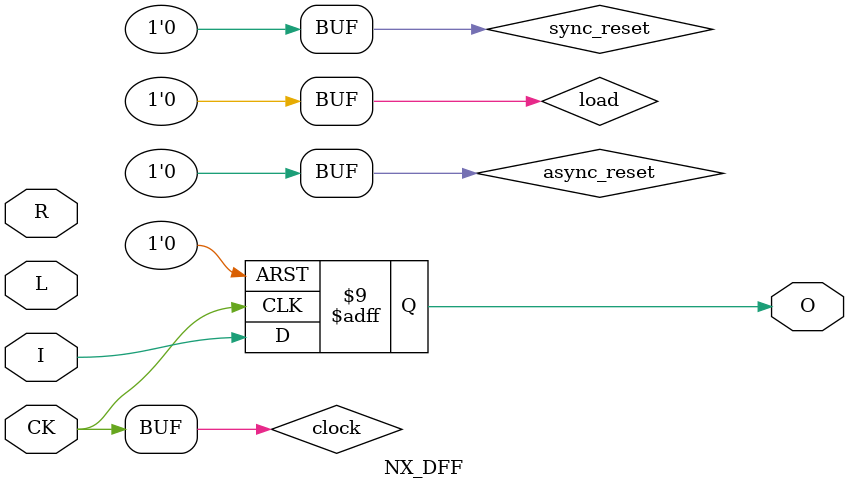
<source format=v>
module NX_LUT(input I1, I2, I3, I4, output O);

parameter lut_table = 16'h0000;

wire [7:0] s1 = I4 ? lut_table[15:8] : lut_table[7:0];
wire [3:0] s2 = I3 ? s1[7:4] : s1[3:0];
wire [1:0] s3 = I2 ? s2[3:2] : s2[1:0];
assign O = I1 ? s3[1] : s3[0];

endmodule

module NX_DFF(input I, CK, L, R, output reg O);

parameter dff_ctxt = 1'bx;
parameter dff_edge = 1'b0;
parameter dff_init = 1'b0;
parameter dff_load = 1'b0;
parameter dff_sync = 1'b0;
parameter dff_type = 1'b0;

initial begin
	O = dff_ctxt;
end

wire clock = CK ^ dff_edge;
wire load = (dff_type == 2) ? (dff_load ? L : 1'bx) : dff_type;
wire async_reset = !dff_sync && dff_init && R;
wire sync_reset = dff_sync && dff_init && R;

always @(posedge clock, posedge async_reset)
	if (async_reset) O <= load;
	else if (sync_reset) O <= load;
	else O <= I;

endmodule

</source>
